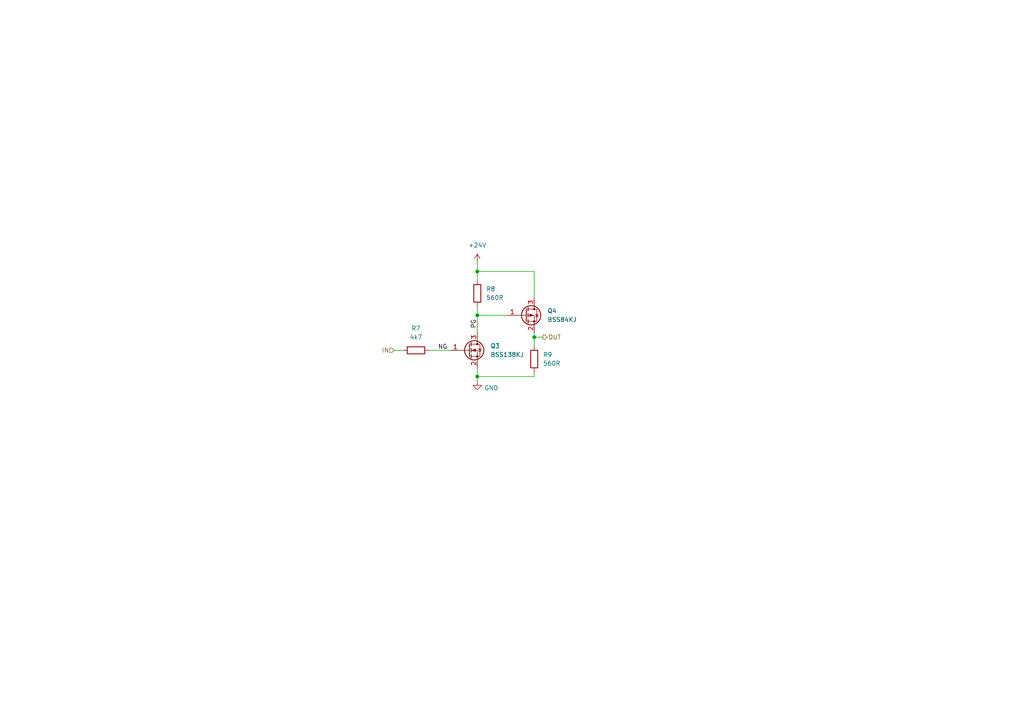
<source format=kicad_sch>
(kicad_sch (version 20231120) (generator "eeschema") (generator_version "8.0")
  (paper "A4")
  (title_block (title "Karcsi (INDACT Robot Arm) - 24V level shifter for sensors") (date "2024-05-19") (rev "1.1") (company "LEGO Kör (legokor.hu)") (comment 1 "Designed by Máté Kovács, Panka Horváth, Gergely Halász") (comment 2 "Reviewed by Máté Kovács, Andi Serban, Péter Varga"))
  (lib_symbols
    (symbol "Device:R" (pin_numbers hide) (pin_names (offset 0))
      (property "Reference" "R" (at 2.032 0 90))
      (property "Value" "R" (at 0 0 90))
      (symbol "R_0_1"
        (rectangle (start -1.016 -2.54) (end 1.016 2.54) (stroke (width 0.254)))
      )
      (symbol "R_1_1"
        (pin passive line (at 0 3.81 270) (length 1.27) (name "~") (number "1"))
        (pin passive line (at 0 -3.81 90) (length 1.27) (name "~") (number "2"))
      )
    )
    (symbol "Transistor_FET:BSS138" (pin_names hide)
      (property "Reference" "Q" (at 5.08 1.905 0))
      (property "Value" "BSS138" (at 5.08 0 0))
      (symbol "BSS138_0_1"
        (polyline (pts (xy 0.254 0) (xy -2.54 0)))
        (polyline (pts (xy 0.254 1.905) (xy 0.254 -1.905)) (stroke (width 0.254)))
        (polyline (pts (xy 0.762 -1.27) (xy 0.762 -2.286)) (stroke (width 0.254)))
        (polyline (pts (xy 0.762 0.508) (xy 0.762 -0.508)) (stroke (width 0.254)))
        (polyline (pts (xy 0.762 2.286) (xy 0.762 1.27)) (stroke (width 0.254)))
        (polyline (pts (xy 2.54 2.54) (xy 2.54 1.778)))
        (polyline (pts (xy 2.54 -2.54) (xy 2.54 0) (xy 0.762 0)))
        (polyline (pts (xy 0.762 -1.778) (xy 3.302 -1.778) (xy 3.302 1.778) (xy 0.762 1.778)))
        (polyline (pts (xy 1.016 0) (xy 2.032 0.381) (xy 2.032 -0.381) (xy 1.016 0)) (fill (type outline)))
        (polyline (pts (xy 2.794 0.508) (xy 2.921 0.381) (xy 3.683 0.381) (xy 3.81 0.254)))
        (polyline (pts (xy 3.302 0.381) (xy 2.921 -0.254) (xy 3.683 -0.254) (xy 3.302 0.381)))
        (circle (center 1.651 0) (radius 2.794) (stroke (width 0.254)))
        (circle (center 2.54 -1.778) (radius 0.254) (fill (type outline)))
        (circle (center 2.54 1.778) (radius 0.254) (fill (type outline)))
      )
      (symbol "BSS138_1_1"
        (pin input line (at -5.08 0 0) (length 2.54) (name "G") (number "1"))
        (pin passive line (at 2.54 -5.08 90) (length 2.54) (name "S") (number "2"))
        (pin passive line (at 2.54 5.08 270) (length 2.54) (name "D") (number "3"))
      )
    )
    (symbol "Transistor_FET:BSS84" (pin_names hide)
      (property "Reference" "Q" (at 5.08 1.905 0))
      (property "Value" "BSS84" (at 5.08 0 0))
      (symbol "BSS84_0_1"
        (polyline (pts (xy 0.254 0) (xy -2.54 0)))
        (polyline (pts (xy 0.254 1.905) (xy 0.254 -1.905)) (stroke (width 0.254)))
        (polyline (pts (xy 0.762 -1.27) (xy 0.762 -2.286)) (stroke (width 0.254)))
        (polyline (pts (xy 0.762 0.508) (xy 0.762 -0.508)) (stroke (width 0.254)))
        (polyline (pts (xy 0.762 2.286) (xy 0.762 1.27)) (stroke (width 0.254)))
        (polyline (pts (xy 2.54 2.54) (xy 2.54 1.778)))
        (polyline (pts (xy 2.54 -2.54) (xy 2.54 0) (xy 0.762 0)))
        (polyline (pts (xy 0.762 1.778) (xy 3.302 1.778) (xy 3.302 -1.778) (xy 0.762 -1.778)))
        (polyline (pts (xy 2.286 0) (xy 1.27 0.381) (xy 1.27 -0.381) (xy 2.286 0)) (fill (type outline)))
        (polyline (pts (xy 2.794 -0.508) (xy 2.921 -0.381) (xy 3.683 -0.381) (xy 3.81 -0.254)))
        (polyline (pts (xy 3.302 -0.381) (xy 2.921 0.254) (xy 3.683 0.254) (xy 3.302 -0.381)))
        (circle (center 1.651 0) (radius 2.794) (stroke (width 0.254)))
        (circle (center 2.54 -1.778) (radius 0.254) (fill (type outline)))
        (circle (center 2.54 1.778) (radius 0.254) (fill (type outline)))
      )
      (symbol "BSS84_1_1"
        (pin input line (at -5.08 0 0) (length 2.54) (name "G") (number "1"))
        (pin passive line (at 2.54 -5.08 90) (length 2.54) (name "S") (number "2"))
        (pin passive line (at 2.54 5.08 270) (length 2.54) (name "D") (number "3"))
      )
    )
    (symbol "power:+24V" (power) (pin_numbers hide) (pin_names (offset 0) hide)
      (property "Value" "+24V" (at 0 3.556 0))
      (symbol "+24V_0_1"
        (polyline (pts (xy -0.762 1.27) (xy 0 2.54)))
        (polyline (pts (xy 0 0) (xy 0 2.54)))
        (polyline (pts (xy 0 2.54) (xy 0.762 1.27)))
      )
      (symbol "+24V_1_1"
        (pin power_in line (at 0 0 90) (length 0) (name "~") (number "1"))
      )
    )
    (symbol "power:GND" (power) (pin_numbers hide) (pin_names (offset 0) hide)
      (property "Value" "GND" (at 0 -3.81 0))
      (symbol "GND_0_1"
        (polyline (pts (xy 0 0) (xy 0 -1.27) (xy 1.27 -1.27) (xy 0 -2.54) (xy -1.27 -1.27) (xy 0 -1.27)))
      )
      (symbol "GND_1_1"
        (pin power_in line (at 0 0 270) (length 0) (name "~") (number "1"))
      )
    )
  )
  (junction (at 138.43 109.22))
  (junction (at 138.43 91.44))
  (junction (at 154.94 97.79))
  (junction (at 138.43 78.74))
  (wire (pts (xy 154.94 97.79) (xy 157.48 97.79)))
  (wire (pts (xy 138.43 88.9) (xy 138.43 91.44)))
  (wire (pts (xy 154.94 109.22) (xy 138.43 109.22)))
  (wire (pts (xy 138.43 106.68) (xy 138.43 109.22)))
  (wire (pts (xy 138.43 76.2) (xy 138.43 78.74)))
  (wire (pts (xy 154.94 97.79) (xy 154.94 100.33)))
  (wire (pts (xy 124.46 101.6) (xy 130.81 101.6)))
  (wire (pts (xy 154.94 96.52) (xy 154.94 97.79)))
  (wire (pts (xy 114.3 101.6) (xy 116.84 101.6)))
  (wire (pts (xy 138.43 78.74) (xy 154.94 78.74)))
  (wire (pts (xy 138.43 91.44) (xy 138.43 96.52)))
  (wire (pts (xy 154.94 78.74) (xy 154.94 86.36)))
  (wire (pts (xy 154.94 107.95) (xy 154.94 109.22)))
  (wire (pts (xy 138.43 78.74) (xy 138.43 81.28)))
  (wire (pts (xy 138.43 91.44) (xy 147.32 91.44)))
  (wire (pts (xy 138.43 109.22) (xy 138.43 110.49)))
  (label "PG" (at 138.43 95.25 90))
  (label "NG" (at 127 101.6 0))
  (hierarchical_label "OUT" (shape output) (at 157.48 97.79 0))
  (hierarchical_label "IN" (shape input) (at 114.3 101.6 180))
  (symbol (lib_id "Device:R") (at 120.65 101.6 90) (unit 1)
    (property "Reference" "R7" (at 120.65 95.25 90))
    (property "Value" "4k7" (at 120.65 97.79 90))
    (property "Footprint" "Resistor_SMD:R_0805_2012Metric_Pad1.20x1.40mm_HandSolder" (effects (hide yes)))
    (property "Description" "Resistor" (effects (hide yes)))
    (property "Supplier" "Lomex" (effects (hide yes)))
    (property "Supplier item no" "81-10-95" (effects (hide yes)))
    (property "Sourced" "1" (effects (hide yes)))
    (instances (project "Aux_board_3" (path "" (reference "R7") (unit 1)) (path "" (reference "R10") (unit 1)) (path "" (reference "R13") (unit 1)) (path "" (reference "R16") (unit 1)) (path "" (reference "R19") (unit 1)) (path "" (reference "R22") (unit 1)) (path "" (reference "R25") (unit 1)) (path "" (reference "R28") (unit 1)) (path "" (reference "R31") (unit 1)) (path "" (reference "R34") (unit 1)) (path "" (reference "R37") (unit 1)) (path "" (reference "R40") (unit 1)) (path "" (reference "R43") (unit 1)) (path "" (reference "R46") (unit 1)) (path "" (reference "R49") (unit 1)) (path "" (reference "R4") (unit 1))))
  )
  (symbol (lib_id "power:GND") (at 138.43 110.49 0) (unit 1)
    (property "Reference" "#PWR026" (effects (hide yes)))
    (property "Value" "GND" (at 142.494 112.522 0))
    (property "Description" "Power symbol creates a global label with name \"GND\" , ground" (effects (hide yes)))
    (instances (project "Aux_board_3" (path "" (reference "#PWR026") (unit 1)) (path "" (reference "#PWR028") (unit 1)) (path "" (reference "#PWR030") (unit 1)) (path "" (reference "#PWR032") (unit 1)) (path "" (reference "#PWR034") (unit 1)) (path "" (reference "#PWR036") (unit 1)) (path "" (reference "#PWR038") (unit 1)) (path "" (reference "#PWR040") (unit 1)) (path "" (reference "#PWR042") (unit 1)) (path "" (reference "#PWR044") (unit 1)) (path "" (reference "#PWR046") (unit 1)) (path "" (reference "#PWR048") (unit 1)) (path "" (reference "#PWR050") (unit 1)) (path "" (reference "#PWR052") (unit 1)) (path "" (reference "#PWR054") (unit 1)) (path "" (reference "#PWR024") (unit 1))))
  )
  (symbol (lib_id "Device:R") (at 138.43 85.09 0) (unit 1)
    (property "Reference" "R8" (at 140.97 83.8199 0) (effects (justify left)))
    (property "Value" "560R" (at 140.97 86.3599 0) (effects (justify left)))
    (property "Footprint" "Resistor_SMD:R_0805_2012Metric_Pad1.20x1.40mm_HandSolder" (effects (hide yes)))
    (property "Description" "Resistor" (effects (hide yes)))
    (property "Supplier" "Lomex" (effects (hide yes)))
    (property "Supplier item no" "81-10-84" (effects (hide yes)))
    (property "Sourced" "1" (effects (hide yes)))
    (instances (project "Aux_board_3" (path "" (reference "R8") (unit 1)) (path "" (reference "R11") (unit 1)) (path "" (reference "R14") (unit 1)) (path "" (reference "R17") (unit 1)) (path "" (reference "R20") (unit 1)) (path "" (reference "R23") (unit 1)) (path "" (reference "R26") (unit 1)) (path "" (reference "R29") (unit 1)) (path "" (reference "R32") (unit 1)) (path "" (reference "R35") (unit 1)) (path "" (reference "R38") (unit 1)) (path "" (reference "R41") (unit 1)) (path "" (reference "R44") (unit 1)) (path "" (reference "R47") (unit 1)) (path "" (reference "R50") (unit 1)) (path "" (reference "R5") (unit 1))))
  )
  (symbol (lib_id "Transistor_FET:BSS84") (at 152.4 91.44 0) (unit 1)
    (property "Reference" "Q4" (at 158.75 90.1699 0) (effects (justify left)))
    (property "Value" "BSS84KJ" (at 158.75 92.7099 0) (effects (justify left)))
    (property "Footprint" "Package_TO_SOT_SMD:SOT-23" (effects (hide yes)))
    (property "Datasheet" "https://lomex.hu/pdf/yet/(yet)_bss84kj.pdf" (effects (hide yes)))
    (property "Description" "-0.13A Id, -50V Vds, P-Channel MOSFET, SOT-23" (effects (hide yes)))
    (property "Sourced" "0" (effects (hide yes)))
    (property "Supplier" "Lomex" (effects (hide yes)))
    (property "Supplier URL" "https://lomex.hu/hu/webshop/#page,0/search,86-07-17/stype,1" (effects (hide yes)))
    (property "Supplier item no" "86-07-17" (effects (hide yes)))
    (instances (project "Aux_board_3" (path "" (reference "Q4") (unit 1)) (path "" (reference "Q6") (unit 1)) (path "" (reference "Q8") (unit 1)) (path "" (reference "Q10") (unit 1)) (path "" (reference "Q12") (unit 1)) (path "" (reference "Q14") (unit 1)) (path "" (reference "Q16") (unit 1)) (path "" (reference "Q18") (unit 1)) (path "" (reference "Q20") (unit 1)) (path "" (reference "Q22") (unit 1)) (path "" (reference "Q24") (unit 1)) (path "" (reference "Q26") (unit 1)) (path "" (reference "Q28") (unit 1)) (path "" (reference "Q30") (unit 1)) (path "" (reference "Q32") (unit 1)) (path "" (reference "Q2") (unit 1))))
  )
  (symbol (lib_id "Device:R") (at 154.94 104.14 0) (unit 1)
    (property "Reference" "R9" (at 157.48 102.8699 0) (effects (justify left)))
    (property "Value" "560R" (at 157.48 105.4099 0) (effects (justify left)))
    (property "Footprint" "Resistor_SMD:R_0805_2012Metric_Pad1.20x1.40mm_HandSolder" (effects (hide yes)))
    (property "Description" "Resistor" (effects (hide yes)))
    (property "Supplier" "Lomex" (effects (hide yes)))
    (property "Supplier item no" "81-10-84" (effects (hide yes)))
    (property "Sourced" "1" (effects (hide yes)))
    (instances (project "Aux_board_3" (path "" (reference "R9") (unit 1)) (path "" (reference "R12") (unit 1)) (path "" (reference "R15") (unit 1)) (path "" (reference "R18") (unit 1)) (path "" (reference "R21") (unit 1)) (path "" (reference "R24") (unit 1)) (path "" (reference "R27") (unit 1)) (path "" (reference "R30") (unit 1)) (path "" (reference "R33") (unit 1)) (path "" (reference "R36") (unit 1)) (path "" (reference "R39") (unit 1)) (path "" (reference "R42") (unit 1)) (path "" (reference "R45") (unit 1)) (path "" (reference "R48") (unit 1)) (path "" (reference "R51") (unit 1)) (path "" (reference "R6") (unit 1))))
  )
  (symbol (lib_id "Transistor_FET:BSS138") (at 135.89 101.6 0) (unit 1)
    (property "Reference" "Q3" (at 142.24 100.3299 0) (effects (justify left)))
    (property "Value" "BSS138KJ" (at 142.24 102.8699 0) (effects (justify left)))
    (property "Footprint" "Package_TO_SOT_SMD:SOT-23" (effects (hide yes)))
    (property "Datasheet" "https://lomex.hu/pdf/yet/(yet)_bss138kj.pdf" (effects (hide yes)))
    (property "Description" "50V Vds, 0.22A Id, N-Channel MOSFET, SOT-23" (effects (hide yes)))
    (property "Supplier" "Lomex" (effects (hide yes)))
    (property "Supplier URL" "https://lomex.hu/hu/webshop/#page,0/search,86-07-11/stype,1" (effects (hide yes)))
    (property "Supplier item no" "86-07-11" (effects (hide yes)))
    (property "Sourced" "1" (effects (hide yes)))
    (instances (project "Aux_board_3" (path "" (reference "Q3") (unit 1)) (path "" (reference "Q5") (unit 1)) (path "" (reference "Q7") (unit 1)) (path "" (reference "Q9") (unit 1)) (path "" (reference "Q11") (unit 1)) (path "" (reference "Q13") (unit 1)) (path "" (reference "Q15") (unit 1)) (path "" (reference "Q17") (unit 1)) (path "" (reference "Q19") (unit 1)) (path "" (reference "Q21") (unit 1)) (path "" (reference "Q23") (unit 1)) (path "" (reference "Q25") (unit 1)) (path "" (reference "Q27") (unit 1)) (path "" (reference "Q29") (unit 1)) (path "" (reference "Q31") (unit 1)) (path "" (reference "Q1") (unit 1))))
  )
  (symbol (lib_id "power:+24V") (at 138.43 76.2 0) (unit 1)
    (property "Reference" "#PWR025" (effects (hide yes)))
    (property "Value" "+24V" (at 138.43 71.12 0))
    (property "Description" "Power symbol creates a global label with name \"+24V\"" (effects (hide yes)))
    (instances (project "Aux_board_3" (path "" (reference "#PWR025") (unit 1)) (path "" (reference "#PWR027") (unit 1)) (path "" (reference "#PWR029") (unit 1)) (path "" (reference "#PWR031") (unit 1)) (path "" (reference "#PWR033") (unit 1)) (path "" (reference "#PWR035") (unit 1)) (path "" (reference "#PWR037") (unit 1)) (path "" (reference "#PWR039") (unit 1)) (path "" (reference "#PWR041") (unit 1)) (path "" (reference "#PWR043") (unit 1)) (path "" (reference "#PWR045") (unit 1)) (path "" (reference "#PWR047") (unit 1)) (path "" (reference "#PWR049") (unit 1)) (path "" (reference "#PWR051") (unit 1)) (path "" (reference "#PWR053") (unit 1)) (path "" (reference "#PWR023") (unit 1))))
  )
)
</source>
